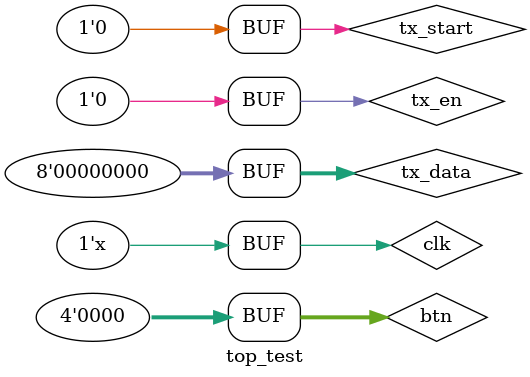
<source format=v>
`timescale 1ns / 1ps

module top_test();


reg clk = 1'b1;
reg [3:0] btn;
reg tx_start;
wire rx_line;
wire trigger;
wire [3:0] led;
reg tx_en;
reg [7:0] tx_data;
wire tx_done;

uart_tx #(.SYSCLK(100_000_000), .BAUDRATE(38400)) tx
(
    .clk(clk),
    .rst(btn[0]),
    .en(tx_en),
    .start(tx_start),
    .tx_byte(tx_data),
    .tx_line(rx_line),
    .ready(tx_done)
);

top _top
(
    .clk(clk),
    .btn(btn),
    .target_rx(rx_line),
    .trigger(trigger),
    .led(led)
);

initial
begin
    // reset
    btn[0] <= 1'b1;
    btn[1] <= 1'b0;
    btn[2] <= 1'b0;
    btn[3] <= 1'b0;
    #10;
    btn[0] <= 1'b0;
    
    // round 1
    tx_data <= 8'h11;
    tx_en <= 1'b1;
    tx_start <= 1'b1;
    #10;
    tx_start <=1'b0;
    
    #300000; // idk how long this will take
    tx_data <= 8'hee;
    #10;
    tx_start <= 1'b1;
    
    #300000;
    tx_start <= 1'b0;
    tx_en <= 1'b0;
    tx_data <= 8'h00;
    
    #100000;
   
    // round 2   
    tx_data <= 8'h11;
    tx_en <= 1'b1;
    tx_start <= 1'b1;
    #10;
    tx_start <=1'b0;
    
    #300000;
    tx_data <= 8'hee;
    #10;
    tx_start <= 1'b1;
    
    #300000;
    tx_start <= 1'b0;
    tx_en <= 1'b0;
    tx_data <= 8'h00;
     
end

// clock
always
begin
#5;
clk = ~clk;
end


endmodule
</source>
